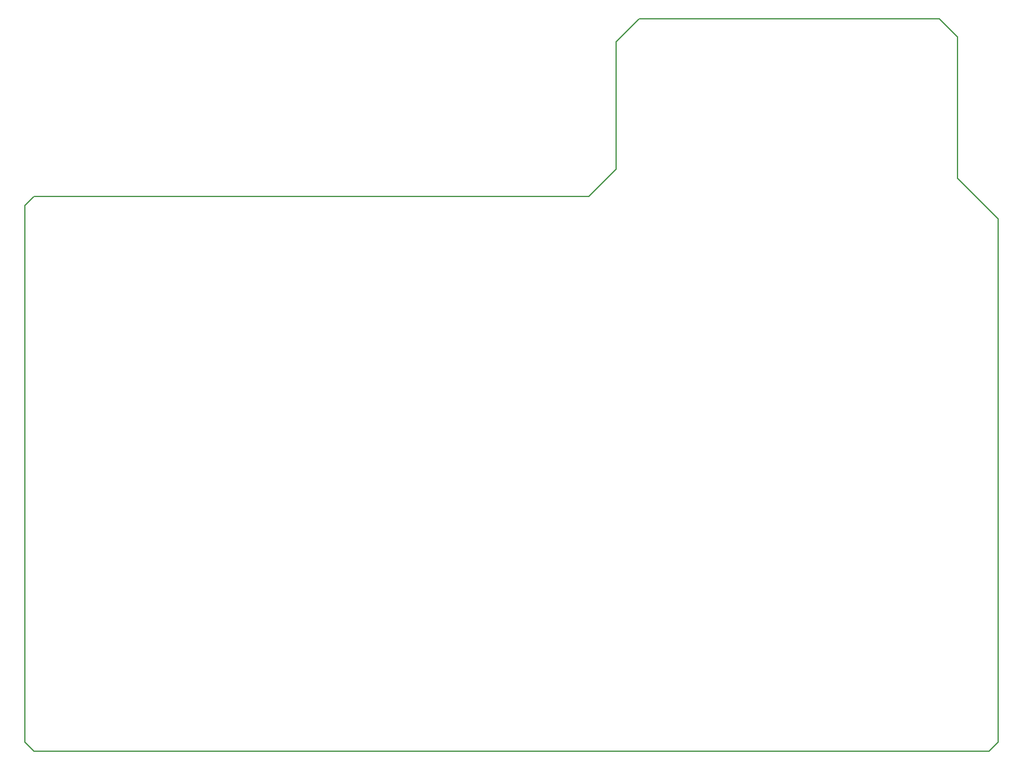
<source format=gm1>
G04 #@! TF.FileFunction,Profile,NP*
%FSLAX46Y46*%
G04 Gerber Fmt 4.6, Leading zero omitted, Abs format (unit mm)*
G04 Created by KiCad (PCBNEW 4.0.7-e2-6376~58~ubuntu16.04.1) date Tue Jul 10 03:23:59 2018*
%MOMM*%
%LPD*%
G01*
G04 APERTURE LIST*
%ADD10C,0.100000*%
%ADD11C,0.150000*%
G04 APERTURE END LIST*
D10*
D11*
X153035000Y-63500000D02*
X75565000Y-63500000D01*
X156845000Y-59690000D02*
X153035000Y-63500000D01*
X156845000Y-41910000D02*
X156845000Y-59690000D01*
X160020000Y-38735000D02*
X201930000Y-38735000D01*
X156845000Y-41910000D02*
X160020000Y-38735000D01*
X201930000Y-38735000D02*
X204470000Y-41275000D01*
X204470000Y-41275000D02*
X204470000Y-60960000D01*
X74295000Y-139700000D02*
X74295000Y-64770000D01*
X75565000Y-140970000D02*
X74295000Y-139700000D01*
X208915000Y-140970000D02*
X75565000Y-140970000D01*
X210185000Y-139700000D02*
X208915000Y-140970000D01*
X210185000Y-66675000D02*
X210185000Y-139700000D01*
X75565000Y-63500000D02*
X74295000Y-64770000D01*
X210185000Y-66675000D02*
X204470000Y-60960000D01*
M02*

</source>
